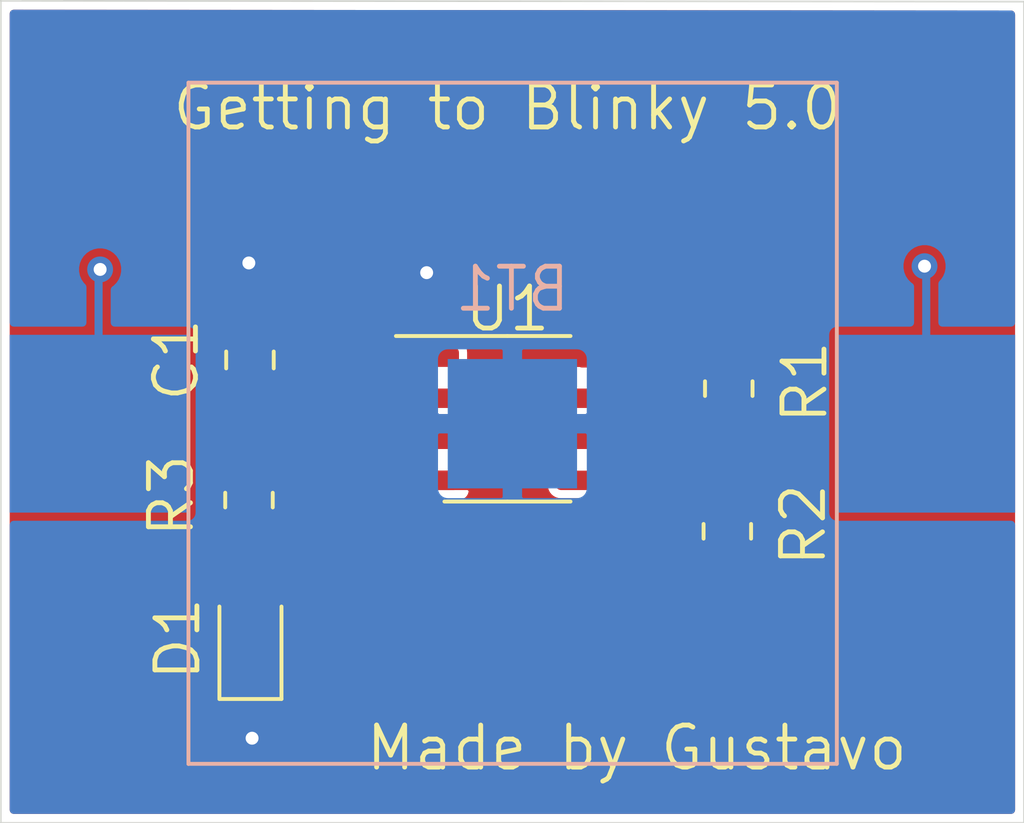
<source format=kicad_pcb>
(kicad_pcb (version 20171130) (host pcbnew "(5.1.7)-1")

  (general
    (thickness 1.6)
    (drawings 6)
    (tracks 38)
    (zones 0)
    (modules 7)
    (nets 7)
  )

  (page A4)
  (layers
    (0 F.Cu signal)
    (31 B.Cu signal)
    (32 B.Adhes user)
    (33 F.Adhes user)
    (34 B.Paste user)
    (35 F.Paste user)
    (36 B.SilkS user)
    (37 F.SilkS user)
    (38 B.Mask user)
    (39 F.Mask user)
    (40 Dwgs.User user)
    (41 Cmts.User user)
    (42 Eco1.User user)
    (43 Eco2.User user)
    (44 Edge.Cuts user)
    (45 Margin user)
    (46 B.CrtYd user)
    (47 F.CrtYd user)
    (48 B.Fab user hide)
    (49 F.Fab user hide)
  )

  (setup
    (last_trace_width 0.25)
    (trace_clearance 0.2)
    (zone_clearance 0.25)
    (zone_45_only yes)
    (trace_min 0.2)
    (via_size 0.8)
    (via_drill 0.4)
    (via_min_size 0.4)
    (via_min_drill 0.3)
    (uvia_size 0.3)
    (uvia_drill 0.1)
    (uvias_allowed no)
    (uvia_min_size 0.2)
    (uvia_min_drill 0.1)
    (edge_width 0.05)
    (segment_width 0.2)
    (pcb_text_width 0.3)
    (pcb_text_size 1.5 1.5)
    (mod_edge_width 0.12)
    (mod_text_size 1.3 1.3)
    (mod_text_width 0.15)
    (pad_size 1.524 1.524)
    (pad_drill 0.762)
    (pad_to_mask_clearance 0)
    (aux_axis_origin 0 0)
    (visible_elements FFFFFF7F)
    (pcbplotparams
      (layerselection 0x010fc_ffffffff)
      (usegerberextensions false)
      (usegerberattributes true)
      (usegerberadvancedattributes true)
      (creategerberjobfile true)
      (excludeedgelayer true)
      (linewidth 0.100000)
      (plotframeref false)
      (viasonmask false)
      (mode 1)
      (useauxorigin false)
      (hpglpennumber 1)
      (hpglpenspeed 20)
      (hpglpendiameter 15.000000)
      (psnegative false)
      (psa4output false)
      (plotreference true)
      (plotvalue false)
      (plotinvisibletext false)
      (padsonsilk false)
      (subtractmaskfromsilk false)
      (outputformat 1)
      (mirror false)
      (drillshape 0)
      (scaleselection 1)
      (outputdirectory "Gerbers/"))
  )

  (net 0 "")
  (net 1 GND)
  (net 2 "Net-(D1-Pad2)")
  (net 3 /VDD)
  (net 4 /DIS)
  (net 5 /OUT)
  (net 6 /THR)

  (net_class Default "This is the default net class."
    (clearance 0.2)
    (trace_width 0.25)
    (via_dia 0.8)
    (via_drill 0.4)
    (uvia_dia 0.3)
    (uvia_drill 0.1)
    (add_net /DIS)
    (add_net /OUT)
    (add_net /THR)
    (add_net /VDD)
    (add_net GND)
    (add_net "Net-(D1-Pad2)")
  )

  (module Package_SO:SOIC-8_3.9x4.9mm_P1.27mm (layer F.Cu) (tedit 5D9F72B1) (tstamp 5FF91CBD)
    (at 136.4996 94.9198)
    (descr "SOIC, 8 Pin (JEDEC MS-012AA, https://www.analog.com/media/en/package-pcb-resources/package/pkg_pdf/soic_narrow-r/r_8.pdf), generated with kicad-footprint-generator ipc_gullwing_generator.py")
    (tags "SOIC SO")
    (path /5FF8CB2E)
    (attr smd)
    (fp_text reference U1 (at 0 -3.4) (layer F.SilkS)
      (effects (font (size 1.3 1.3) (thickness 0.15)))
    )
    (fp_text value 7555 (at 0 3.4) (layer F.Fab) hide
      (effects (font (size 1 1) (thickness 0.15)))
    )
    (fp_text user %R (at 0 0) (layer F.Fab)
      (effects (font (size 1 1) (thickness 0.15)))
    )
    (fp_line (start 0 2.56) (end 1.95 2.56) (layer F.SilkS) (width 0.12))
    (fp_line (start 0 2.56) (end -1.95 2.56) (layer F.SilkS) (width 0.12))
    (fp_line (start 0 -2.56) (end 1.95 -2.56) (layer F.SilkS) (width 0.12))
    (fp_line (start 0 -2.56) (end -3.45 -2.56) (layer F.SilkS) (width 0.12))
    (fp_line (start -0.975 -2.45) (end 1.95 -2.45) (layer F.Fab) (width 0.1))
    (fp_line (start 1.95 -2.45) (end 1.95 2.45) (layer F.Fab) (width 0.1))
    (fp_line (start 1.95 2.45) (end -1.95 2.45) (layer F.Fab) (width 0.1))
    (fp_line (start -1.95 2.45) (end -1.95 -1.475) (layer F.Fab) (width 0.1))
    (fp_line (start -1.95 -1.475) (end -0.975 -2.45) (layer F.Fab) (width 0.1))
    (fp_line (start -3.7 -2.7) (end -3.7 2.7) (layer F.CrtYd) (width 0.05))
    (fp_line (start -3.7 2.7) (end 3.7 2.7) (layer F.CrtYd) (width 0.05))
    (fp_line (start 3.7 2.7) (end 3.7 -2.7) (layer F.CrtYd) (width 0.05))
    (fp_line (start 3.7 -2.7) (end -3.7 -2.7) (layer F.CrtYd) (width 0.05))
    (pad 8 smd roundrect (at 2.475 -1.905) (size 1.95 0.6) (layers F.Cu F.Paste F.Mask) (roundrect_rratio 0.25)
      (net 3 /VDD))
    (pad 7 smd roundrect (at 2.475 -0.635) (size 1.95 0.6) (layers F.Cu F.Paste F.Mask) (roundrect_rratio 0.25)
      (net 4 /DIS))
    (pad 6 smd roundrect (at 2.475 0.635) (size 1.95 0.6) (layers F.Cu F.Paste F.Mask) (roundrect_rratio 0.25)
      (net 6 /THR))
    (pad 5 smd roundrect (at 2.475 1.905) (size 1.95 0.6) (layers F.Cu F.Paste F.Mask) (roundrect_rratio 0.25))
    (pad 4 smd roundrect (at -2.475 1.905) (size 1.95 0.6) (layers F.Cu F.Paste F.Mask) (roundrect_rratio 0.25)
      (net 3 /VDD))
    (pad 3 smd roundrect (at -2.475 0.635) (size 1.95 0.6) (layers F.Cu F.Paste F.Mask) (roundrect_rratio 0.25)
      (net 5 /OUT))
    (pad 2 smd roundrect (at -2.475 -0.635) (size 1.95 0.6) (layers F.Cu F.Paste F.Mask) (roundrect_rratio 0.25)
      (net 6 /THR))
    (pad 1 smd roundrect (at -2.475 -1.905) (size 1.95 0.6) (layers F.Cu F.Paste F.Mask) (roundrect_rratio 0.25)
      (net 1 GND))
    (model ${KISYS3DMOD}/Package_SO.3dshapes/SOIC-8_3.9x4.9mm_P1.27mm.wrl
      (at (xyz 0 0 0))
      (scale (xyz 1 1 1))
      (rotate (xyz 0 0 0))
    )
  )

  (module Resistor_SMD:R_0805_2012Metric_Pad1.20x1.40mm_HandSolder (layer F.Cu) (tedit 5F68FEEE) (tstamp 5FF91CA3)
    (at 128.5044 97.4344 270)
    (descr "Resistor SMD 0805 (2012 Metric), square (rectangular) end terminal, IPC_7351 nominal with elongated pad for handsoldering. (Body size source: IPC-SM-782 page 72, https://www.pcb-3d.com/wordpress/wp-content/uploads/ipc-sm-782a_amendment_1_and_2.pdf), generated with kicad-footprint-generator")
    (tags "resistor handsolder")
    (path /5FF8F0CA)
    (attr smd)
    (fp_text reference R3 (at -0.1344 2.4044 90) (layer F.SilkS)
      (effects (font (size 1.3 1.3) (thickness 0.15)))
    )
    (fp_text value 1K (at 0 1.65 90) (layer F.Fab) hide
      (effects (font (size 1 1) (thickness 0.15)))
    )
    (fp_text user %R (at 0 0 90) (layer F.Fab)
      (effects (font (size 1 1) (thickness 0.15)))
    )
    (fp_line (start -1 0.625) (end -1 -0.625) (layer F.Fab) (width 0.1))
    (fp_line (start -1 -0.625) (end 1 -0.625) (layer F.Fab) (width 0.1))
    (fp_line (start 1 -0.625) (end 1 0.625) (layer F.Fab) (width 0.1))
    (fp_line (start 1 0.625) (end -1 0.625) (layer F.Fab) (width 0.1))
    (fp_line (start -0.227064 -0.735) (end 0.227064 -0.735) (layer F.SilkS) (width 0.12))
    (fp_line (start -0.227064 0.735) (end 0.227064 0.735) (layer F.SilkS) (width 0.12))
    (fp_line (start -1.85 0.95) (end -1.85 -0.95) (layer F.CrtYd) (width 0.05))
    (fp_line (start -1.85 -0.95) (end 1.85 -0.95) (layer F.CrtYd) (width 0.05))
    (fp_line (start 1.85 -0.95) (end 1.85 0.95) (layer F.CrtYd) (width 0.05))
    (fp_line (start 1.85 0.95) (end -1.85 0.95) (layer F.CrtYd) (width 0.05))
    (pad 2 smd roundrect (at 1 0 270) (size 1.2 1.4) (layers F.Cu F.Paste F.Mask) (roundrect_rratio 0.2083325)
      (net 2 "Net-(D1-Pad2)"))
    (pad 1 smd roundrect (at -1 0 270) (size 1.2 1.4) (layers F.Cu F.Paste F.Mask) (roundrect_rratio 0.2083325)
      (net 5 /OUT))
    (model ${KISYS3DMOD}/Resistor_SMD.3dshapes/R_0805_2012Metric.wrl
      (at (xyz 0 0 0))
      (scale (xyz 1 1 1))
      (rotate (xyz 0 0 0))
    )
  )

  (module Resistor_SMD:R_0805_2012Metric_Pad1.20x1.40mm_HandSolder (layer F.Cu) (tedit 5F68FEEE) (tstamp 5FF92890)
    (at 143.3 98.4 270)
    (descr "Resistor SMD 0805 (2012 Metric), square (rectangular) end terminal, IPC_7351 nominal with elongated pad for handsoldering. (Body size source: IPC-SM-782 page 72, https://www.pcb-3d.com/wordpress/wp-content/uploads/ipc-sm-782a_amendment_1_and_2.pdf), generated with kicad-footprint-generator")
    (tags "resistor handsolder")
    (path /5FF8EA94)
    (attr smd)
    (fp_text reference R2 (at -0.2 -2.35 90) (layer F.SilkS)
      (effects (font (size 1.3 1.3) (thickness 0.15)))
    )
    (fp_text value 470K (at 0 1.65 90) (layer F.Fab) hide
      (effects (font (size 1 1) (thickness 0.15)))
    )
    (fp_text user %R (at 0 0 90) (layer F.Fab)
      (effects (font (size 1 1) (thickness 0.15)))
    )
    (fp_line (start -1 0.625) (end -1 -0.625) (layer F.Fab) (width 0.1))
    (fp_line (start -1 -0.625) (end 1 -0.625) (layer F.Fab) (width 0.1))
    (fp_line (start 1 -0.625) (end 1 0.625) (layer F.Fab) (width 0.1))
    (fp_line (start 1 0.625) (end -1 0.625) (layer F.Fab) (width 0.1))
    (fp_line (start -0.227064 -0.735) (end 0.227064 -0.735) (layer F.SilkS) (width 0.12))
    (fp_line (start -0.227064 0.735) (end 0.227064 0.735) (layer F.SilkS) (width 0.12))
    (fp_line (start -1.85 0.95) (end -1.85 -0.95) (layer F.CrtYd) (width 0.05))
    (fp_line (start -1.85 -0.95) (end 1.85 -0.95) (layer F.CrtYd) (width 0.05))
    (fp_line (start 1.85 -0.95) (end 1.85 0.95) (layer F.CrtYd) (width 0.05))
    (fp_line (start 1.85 0.95) (end -1.85 0.95) (layer F.CrtYd) (width 0.05))
    (pad 2 smd roundrect (at 1 0 270) (size 1.2 1.4) (layers F.Cu F.Paste F.Mask) (roundrect_rratio 0.2083325)
      (net 6 /THR))
    (pad 1 smd roundrect (at -1 0 270) (size 1.2 1.4) (layers F.Cu F.Paste F.Mask) (roundrect_rratio 0.2083325)
      (net 4 /DIS))
    (model ${KISYS3DMOD}/Resistor_SMD.3dshapes/R_0805_2012Metric.wrl
      (at (xyz 0 0 0))
      (scale (xyz 1 1 1))
      (rotate (xyz 0 0 0))
    )
  )

  (module Resistor_SMD:R_0805_2012Metric_Pad1.20x1.40mm_HandSolder (layer F.Cu) (tedit 5F68FEEE) (tstamp 5FF91C81)
    (at 143.3449 93.9862 270)
    (descr "Resistor SMD 0805 (2012 Metric), square (rectangular) end terminal, IPC_7351 nominal with elongated pad for handsoldering. (Body size source: IPC-SM-782 page 72, https://www.pcb-3d.com/wordpress/wp-content/uploads/ipc-sm-782a_amendment_1_and_2.pdf), generated with kicad-footprint-generator")
    (tags "resistor handsolder")
    (path /5FF8E292)
    (attr smd)
    (fp_text reference R1 (at -0.2 -2.35 90) (layer F.SilkS)
      (effects (font (size 1.3 1.3) (thickness 0.15)))
    )
    (fp_text value 1K (at 0 1.65 90) (layer F.Fab) hide
      (effects (font (size 1 1) (thickness 0.15)))
    )
    (fp_text user %R (at 0 0 90) (layer F.Fab)
      (effects (font (size 1 1) (thickness 0.15)))
    )
    (fp_line (start -1 0.625) (end -1 -0.625) (layer F.Fab) (width 0.1))
    (fp_line (start -1 -0.625) (end 1 -0.625) (layer F.Fab) (width 0.1))
    (fp_line (start 1 -0.625) (end 1 0.625) (layer F.Fab) (width 0.1))
    (fp_line (start 1 0.625) (end -1 0.625) (layer F.Fab) (width 0.1))
    (fp_line (start -0.227064 -0.735) (end 0.227064 -0.735) (layer F.SilkS) (width 0.12))
    (fp_line (start -0.227064 0.735) (end 0.227064 0.735) (layer F.SilkS) (width 0.12))
    (fp_line (start -1.85 0.95) (end -1.85 -0.95) (layer F.CrtYd) (width 0.05))
    (fp_line (start -1.85 -0.95) (end 1.85 -0.95) (layer F.CrtYd) (width 0.05))
    (fp_line (start 1.85 -0.95) (end 1.85 0.95) (layer F.CrtYd) (width 0.05))
    (fp_line (start 1.85 0.95) (end -1.85 0.95) (layer F.CrtYd) (width 0.05))
    (pad 2 smd roundrect (at 1 0 270) (size 1.2 1.4) (layers F.Cu F.Paste F.Mask) (roundrect_rratio 0.2083325)
      (net 4 /DIS))
    (pad 1 smd roundrect (at -1 0 270) (size 1.2 1.4) (layers F.Cu F.Paste F.Mask) (roundrect_rratio 0.2083325)
      (net 3 /VDD))
    (model ${KISYS3DMOD}/Resistor_SMD.3dshapes/R_0805_2012Metric.wrl
      (at (xyz 0 0 0))
      (scale (xyz 1 1 1))
      (rotate (xyz 0 0 0))
    )
  )

  (module LED_SMD:LED_0805_2012Metric_Pad1.15x1.40mm_HandSolder (layer F.Cu) (tedit 5F68FEF1) (tstamp 5FF91C70)
    (at 128.5494 101.727 90)
    (descr "LED SMD 0805 (2012 Metric), square (rectangular) end terminal, IPC_7351 nominal, (Body size source: https://docs.google.com/spreadsheets/d/1BsfQQcO9C6DZCsRaXUlFlo91Tg2WpOkGARC1WS5S8t0/edit?usp=sharing), generated with kicad-footprint-generator")
    (tags "LED handsolder")
    (path /5FF902F0)
    (attr smd)
    (fp_text reference D1 (at 0 -2.25 90) (layer F.SilkS)
      (effects (font (size 1.3 1.3) (thickness 0.15)))
    )
    (fp_text value LED (at 0 1.65 90) (layer F.Fab) hide
      (effects (font (size 1 1) (thickness 0.15)))
    )
    (fp_text user %R (at 0 0 90) (layer F.Fab)
      (effects (font (size 1 1) (thickness 0.15)))
    )
    (fp_line (start 1 -0.6) (end -0.7 -0.6) (layer F.Fab) (width 0.1))
    (fp_line (start -0.7 -0.6) (end -1 -0.3) (layer F.Fab) (width 0.1))
    (fp_line (start -1 -0.3) (end -1 0.6) (layer F.Fab) (width 0.1))
    (fp_line (start -1 0.6) (end 1 0.6) (layer F.Fab) (width 0.1))
    (fp_line (start 1 0.6) (end 1 -0.6) (layer F.Fab) (width 0.1))
    (fp_line (start 1 -0.96) (end -1.86 -0.96) (layer F.SilkS) (width 0.12))
    (fp_line (start -1.86 -0.96) (end -1.86 0.96) (layer F.SilkS) (width 0.12))
    (fp_line (start -1.86 0.96) (end 1 0.96) (layer F.SilkS) (width 0.12))
    (fp_line (start -1.85 0.95) (end -1.85 -0.95) (layer F.CrtYd) (width 0.05))
    (fp_line (start -1.85 -0.95) (end 1.85 -0.95) (layer F.CrtYd) (width 0.05))
    (fp_line (start 1.85 -0.95) (end 1.85 0.95) (layer F.CrtYd) (width 0.05))
    (fp_line (start 1.85 0.95) (end -1.85 0.95) (layer F.CrtYd) (width 0.05))
    (pad 2 smd roundrect (at 1.025 0 90) (size 1.15 1.4) (layers F.Cu F.Paste F.Mask) (roundrect_rratio 0.2173904347826087)
      (net 2 "Net-(D1-Pad2)"))
    (pad 1 smd roundrect (at -1.025 0 90) (size 1.15 1.4) (layers F.Cu F.Paste F.Mask) (roundrect_rratio 0.2173904347826087)
      (net 1 GND))
    (model ${KISYS3DMOD}/LED_SMD.3dshapes/LED_0805_2012Metric.wrl
      (at (xyz 0 0 0))
      (scale (xyz 1 1 1))
      (rotate (xyz 0 0 0))
    )
  )

  (module Capacitor_SMD:C_0805_2012Metric_Pad1.18x1.45mm_HandSolder (layer F.Cu) (tedit 5F68FEEF) (tstamp 5FF91C5D)
    (at 128.5344 93.1 90)
    (descr "Capacitor SMD 0805 (2012 Metric), square (rectangular) end terminal, IPC_7351 nominal with elongated pad for handsoldering. (Body size source: IPC-SM-782 page 76, https://www.pcb-3d.com/wordpress/wp-content/uploads/ipc-sm-782a_amendment_1_and_2.pdf, https://docs.google.com/spreadsheets/d/1BsfQQcO9C6DZCsRaXUlFlo91Tg2WpOkGARC1WS5S8t0/edit?usp=sharing), generated with kicad-footprint-generator")
    (tags "capacitor handsolder")
    (path /5FF8F482)
    (attr smd)
    (fp_text reference C1 (at 0 -2.28 90) (layer F.SilkS)
      (effects (font (size 1.3 1.3) (thickness 0.15)))
    )
    (fp_text value 1uF (at 0 1.68 90) (layer F.Fab) hide
      (effects (font (size 1 1) (thickness 0.15)))
    )
    (fp_text user %R (at 0 0 90) (layer F.Fab)
      (effects (font (size 1 1) (thickness 0.15)))
    )
    (fp_line (start -1 0.625) (end -1 -0.625) (layer F.Fab) (width 0.1))
    (fp_line (start -1 -0.625) (end 1 -0.625) (layer F.Fab) (width 0.1))
    (fp_line (start 1 -0.625) (end 1 0.625) (layer F.Fab) (width 0.1))
    (fp_line (start 1 0.625) (end -1 0.625) (layer F.Fab) (width 0.1))
    (fp_line (start -0.261252 -0.735) (end 0.261252 -0.735) (layer F.SilkS) (width 0.12))
    (fp_line (start -0.261252 0.735) (end 0.261252 0.735) (layer F.SilkS) (width 0.12))
    (fp_line (start -1.88 0.98) (end -1.88 -0.98) (layer F.CrtYd) (width 0.05))
    (fp_line (start -1.88 -0.98) (end 1.88 -0.98) (layer F.CrtYd) (width 0.05))
    (fp_line (start 1.88 -0.98) (end 1.88 0.98) (layer F.CrtYd) (width 0.05))
    (fp_line (start 1.88 0.98) (end -1.88 0.98) (layer F.CrtYd) (width 0.05))
    (pad 2 smd roundrect (at 1.0375 0 90) (size 1.175 1.45) (layers F.Cu F.Paste F.Mask) (roundrect_rratio 0.2127659574468085)
      (net 1 GND))
    (pad 1 smd roundrect (at -1.0375 0 90) (size 1.175 1.45) (layers F.Cu F.Paste F.Mask) (roundrect_rratio 0.2127659574468085)
      (net 6 /THR))
    (model ${KISYS3DMOD}/Capacitor_SMD.3dshapes/C_0805_2012Metric.wrl
      (at (xyz 0 0 0))
      (scale (xyz 1 1 1))
      (rotate (xyz 0 0 0))
    )
  )

  (module GettingToBlinky5:S8211-46R (layer B.Cu) (tedit 5FF8C5C6) (tstamp 5FF91C4C)
    (at 136.652 95.0722)
    (path /5FF90C17)
    (fp_text reference BT1 (at 0 -4.1656) (layer B.SilkS)
      (effects (font (size 1.3 1.3) (thickness 0.15)) (justify mirror))
    )
    (fp_text value CR2032 (at 0 7.2644) (layer B.Fab) hide
      (effects (font (size 1 1) (thickness 0.15)) (justify mirror))
    )
    (fp_line (start -10.0203 10.52068) (end 10.03554 10.52068) (layer B.SilkS) (width 0.12))
    (fp_line (start 10.03554 10.52068) (end 10.03554 -10.54862) (layer B.SilkS) (width 0.12))
    (fp_line (start 10.03554 -10.54862) (end -10.0203 -10.54862) (layer B.SilkS) (width 0.12))
    (fp_line (start -10.0203 -10.54862) (end -10.0203 10.52068) (layer B.SilkS) (width 0.12))
    (fp_line (start -10.0203 10.52068) (end -10.01268 10.49274) (layer B.SilkS) (width 0.12))
    (fp_line (start -15.63116 2.75844) (end -15.64894 10.64006) (layer B.CrtYd) (width 0.12))
    (fp_line (start -15.64894 10.64006) (end 15.32128 10.64006) (layer B.CrtYd) (width 0.12))
    (fp_line (start 15.32128 10.64006) (end 15.52194 10.64006) (layer B.CrtYd) (width 0.12))
    (fp_line (start 15.52194 10.64006) (end 15.52194 -10.71372) (layer B.CrtYd) (width 0.12))
    (fp_line (start 15.52194 -10.71372) (end -15.6337 -10.67308) (layer B.CrtYd) (width 0.12))
    (fp_line (start -15.6337 -10.67308) (end -15.6337 2.73812) (layer B.CrtYd) (width 0.12))
    (pad 1 smd rect (at 12.8 0) (size 5.5 5.5) (layers B.Cu B.Paste B.Mask)
      (net 3 /VDD))
    (pad 2 smd rect (at 0 0) (size 4 4) (layers B.Cu B.Paste B.Mask)
      (net 1 GND))
    (pad 1 smd rect (at -12.8 0) (size 5.5 5.5) (layers B.Cu B.Paste B.Mask)
      (net 3 /VDD))
    (model ${KIPRJMOD}/3D/CR2032_closed_battery_BH.step
      (offset (xyz 0 0 3.5))
      (scale (xyz 1 1 1))
      (rotate (xyz 0 0 0))
    )
  )

  (gr_text "Made by Gustavo" (at 140.5 105.1) (layer F.SilkS)
    (effects (font (size 1.3 1.3) (thickness 0.15)))
  )
  (gr_text "Getting to Blinky 5.0" (at 136.5 85.3) (layer F.SilkS)
    (effects (font (size 1.3 1.3) (thickness 0.15)))
  )
  (gr_line (start 152.4762 82.0166) (end 120.8278 81.9912) (layer Edge.Cuts) (width 0.05) (tstamp 5FF91D72))
  (gr_line (start 152.4762 107.4166) (end 152.4762 82.0166) (layer Edge.Cuts) (width 0.05))
  (gr_line (start 120.8278 107.4166) (end 152.4762 107.4166) (layer Edge.Cuts) (width 0.05))
  (gr_line (start 120.8278 81.9912) (end 120.8278 107.4166) (layer Edge.Cuts) (width 0.05))

  (via (at 128.6 104.8) (size 0.8) (drill 0.4) (layers F.Cu B.Cu) (net 1))
  (segment (start 128.5494 104.7494) (end 128.6 104.8) (width 0.25) (layer F.Cu) (net 1))
  (segment (start 128.5494 102.752) (end 128.5494 104.7494) (width 0.25) (layer F.Cu) (net 1))
  (via (at 128.5 90.1) (size 0.8) (drill 0.4) (layers F.Cu B.Cu) (net 1))
  (segment (start 128.5344 90.1344) (end 128.5 90.1) (width 0.25) (layer F.Cu) (net 1))
  (segment (start 128.5344 92.0625) (end 128.5344 90.1344) (width 0.25) (layer F.Cu) (net 1))
  (via (at 134 90.4) (size 0.8) (drill 0.4) (layers F.Cu B.Cu) (net 1))
  (segment (start 134.0246 90.4246) (end 134 90.4) (width 0.25) (layer F.Cu) (net 1))
  (segment (start 134.0246 93.0148) (end 134.0246 90.4246) (width 0.25) (layer F.Cu) (net 1))
  (segment (start 128.5044 100.657) (end 128.5494 100.702) (width 0.25) (layer F.Cu) (net 2))
  (segment (start 128.5044 98.4344) (end 128.5044 100.657) (width 0.25) (layer F.Cu) (net 2))
  (segment (start 143.3163 93.0148) (end 143.3449 92.9862) (width 0.25) (layer F.Cu) (net 3))
  (segment (start 138.9746 93.0148) (end 143.3163 93.0148) (width 0.25) (layer F.Cu) (net 3))
  (segment (start 143.3449 92.9862) (end 143.3449 92.9551) (width 0.25) (layer F.Cu) (net 3))
  (via (at 123.9 90.3) (size 0.8) (drill 0.4) (layers F.Cu B.Cu) (net 3))
  (segment (start 123.852 90.348) (end 123.9 90.3) (width 0.25) (layer B.Cu) (net 3))
  (segment (start 123.852 95.0722) (end 123.852 90.348) (width 0.25) (layer B.Cu) (net 3))
  (via (at 149.4 90.2) (size 0.8) (drill 0.4) (layers F.Cu B.Cu) (net 3))
  (segment (start 149.452 90.252) (end 149.4 90.2) (width 0.25) (layer B.Cu) (net 3))
  (segment (start 149.452 95.0722) (end 149.452 90.252) (width 0.25) (layer B.Cu) (net 3))
  (segment (start 143.3449 97.3551) (end 143.3 97.4) (width 0.25) (layer F.Cu) (net 4))
  (segment (start 143.3449 94.9862) (end 143.3449 97.3551) (width 0.25) (layer F.Cu) (net 4))
  (segment (start 143.3449 94.9862) (end 141.7138 94.9862) (width 0.25) (layer F.Cu) (net 4))
  (segment (start 141.0124 94.2848) (end 138.977001 94.2848) (width 0.25) (layer F.Cu) (net 4))
  (segment (start 141.7138 94.9862) (end 141.0124 94.2848) (width 0.25) (layer F.Cu) (net 4))
  (segment (start 129.384 95.5548) (end 134.0246 95.5548) (width 0.25) (layer F.Cu) (net 5))
  (segment (start 128.5044 96.4344) (end 129.384 95.5548) (width 0.25) (layer F.Cu) (net 5))
  (segment (start 141.0548 95.5548) (end 138.977001 95.5548) (width 0.25) (layer F.Cu) (net 6))
  (segment (start 141.3 95.8) (end 141.0548 95.5548) (width 0.25) (layer F.Cu) (net 6))
  (segment (start 141.8 99.4) (end 141.3 98.9) (width 0.25) (layer F.Cu) (net 6))
  (segment (start 141.3 98.9) (end 141.3 95.8) (width 0.25) (layer F.Cu) (net 6))
  (segment (start 143.3 99.4) (end 141.8 99.4) (width 0.25) (layer F.Cu) (net 6))
  (segment (start 128.6817 94.2848) (end 134.0246 94.2848) (width 0.25) (layer F.Cu) (net 6))
  (segment (start 128.5344 94.1375) (end 128.6817 94.2848) (width 0.25) (layer F.Cu) (net 6))
  (segment (start 128.5344 94.4587) (end 128.5344 94.1375) (width 0.25) (layer F.Cu) (net 6))
  (segment (start 134.0246 94.2848) (end 135.7848 94.2848) (width 0.25) (layer F.Cu) (net 6))
  (segment (start 137.0548 95.5548) (end 138.9746 95.5548) (width 0.25) (layer F.Cu) (net 6))
  (segment (start 135.7848 94.2848) (end 137.0548 95.5548) (width 0.25) (layer F.Cu) (net 6))

  (zone (net 1) (net_name GND) (layer B.Cu) (tstamp 5FF92E7B) (hatch edge 0.508)
    (connect_pads (clearance 0.25))
    (min_thickness 0.25)
    (fill yes (arc_segments 32) (thermal_gap 0.3) (thermal_bridge_width 0.6))
    (polygon
      (pts
        (xy 152.4 107.3) (xy 120.9 107.3) (xy 120.9 82) (xy 152.4 82)
      )
    )
    (filled_polygon
      (pts
        (xy 152.076201 82.416278) (xy 152.076201 91.945386) (xy 149.952 91.945386) (xy 149.952 90.744016) (xy 150.001982 90.694034)
        (xy 150.086796 90.5671) (xy 150.145217 90.426059) (xy 150.175 90.276331) (xy 150.175 90.123669) (xy 150.145217 89.973941)
        (xy 150.086796 89.8329) (xy 150.001982 89.705966) (xy 149.894034 89.598018) (xy 149.7671 89.513204) (xy 149.626059 89.454783)
        (xy 149.476331 89.425) (xy 149.323669 89.425) (xy 149.173941 89.454783) (xy 149.0329 89.513204) (xy 148.905966 89.598018)
        (xy 148.798018 89.705966) (xy 148.713204 89.8329) (xy 148.654783 89.973941) (xy 148.625 90.123669) (xy 148.625 90.276331)
        (xy 148.654783 90.426059) (xy 148.713204 90.5671) (xy 148.798018 90.694034) (xy 148.905966 90.801982) (xy 148.952001 90.832741)
        (xy 148.952001 91.945386) (xy 146.702 91.945386) (xy 146.628487 91.952626) (xy 146.5578 91.974069) (xy 146.492653 92.008891)
        (xy 146.435552 92.055752) (xy 146.388691 92.112853) (xy 146.353869 92.178) (xy 146.332426 92.248687) (xy 146.325186 92.3222)
        (xy 146.325186 97.8222) (xy 146.332426 97.895713) (xy 146.353869 97.9664) (xy 146.388691 98.031547) (xy 146.435552 98.088648)
        (xy 146.492653 98.135509) (xy 146.5578 98.170331) (xy 146.628487 98.191774) (xy 146.702 98.199014) (xy 152.0762 98.199014)
        (xy 152.0762 107.0166) (xy 121.2278 107.0166) (xy 121.2278 98.199014) (xy 126.602 98.199014) (xy 126.675513 98.191774)
        (xy 126.7462 98.170331) (xy 126.811347 98.135509) (xy 126.868448 98.088648) (xy 126.915309 98.031547) (xy 126.950131 97.9664)
        (xy 126.971574 97.895713) (xy 126.978814 97.8222) (xy 126.978814 97.0722) (xy 134.224944 97.0722) (xy 134.23315 97.155514)
        (xy 134.257452 97.235627) (xy 134.296916 97.30946) (xy 134.350026 97.374174) (xy 134.41474 97.427284) (xy 134.488573 97.466748)
        (xy 134.568686 97.49105) (xy 134.652 97.499256) (xy 136.37075 97.4972) (xy 136.477 97.39095) (xy 136.477 95.2472)
        (xy 136.827 95.2472) (xy 136.827 97.39095) (xy 136.93325 97.4972) (xy 138.652 97.499256) (xy 138.735314 97.49105)
        (xy 138.815427 97.466748) (xy 138.88926 97.427284) (xy 138.953974 97.374174) (xy 139.007084 97.30946) (xy 139.046548 97.235627)
        (xy 139.07085 97.155514) (xy 139.079056 97.0722) (xy 139.077 95.35345) (xy 138.97075 95.2472) (xy 136.827 95.2472)
        (xy 136.477 95.2472) (xy 134.33325 95.2472) (xy 134.227 95.35345) (xy 134.224944 97.0722) (xy 126.978814 97.0722)
        (xy 126.978814 93.0722) (xy 134.224944 93.0722) (xy 134.227 94.79095) (xy 134.33325 94.8972) (xy 136.477 94.8972)
        (xy 136.477 92.75345) (xy 136.827 92.75345) (xy 136.827 94.8972) (xy 138.97075 94.8972) (xy 139.077 94.79095)
        (xy 139.079056 93.0722) (xy 139.07085 92.988886) (xy 139.046548 92.908773) (xy 139.007084 92.83494) (xy 138.953974 92.770226)
        (xy 138.88926 92.717116) (xy 138.815427 92.677652) (xy 138.735314 92.65335) (xy 138.652 92.645144) (xy 136.93325 92.6472)
        (xy 136.827 92.75345) (xy 136.477 92.75345) (xy 136.37075 92.6472) (xy 134.652 92.645144) (xy 134.568686 92.65335)
        (xy 134.488573 92.677652) (xy 134.41474 92.717116) (xy 134.350026 92.770226) (xy 134.296916 92.83494) (xy 134.257452 92.908773)
        (xy 134.23315 92.988886) (xy 134.224944 93.0722) (xy 126.978814 93.0722) (xy 126.978814 92.3222) (xy 126.971574 92.248687)
        (xy 126.950131 92.178) (xy 126.915309 92.112853) (xy 126.868448 92.055752) (xy 126.811347 92.008891) (xy 126.7462 91.974069)
        (xy 126.675513 91.952626) (xy 126.602 91.945386) (xy 124.352 91.945386) (xy 124.352 90.930068) (xy 124.394034 90.901982)
        (xy 124.501982 90.794034) (xy 124.586796 90.6671) (xy 124.645217 90.526059) (xy 124.675 90.376331) (xy 124.675 90.223669)
        (xy 124.645217 90.073941) (xy 124.586796 89.9329) (xy 124.501982 89.805966) (xy 124.394034 89.698018) (xy 124.2671 89.613204)
        (xy 124.126059 89.554783) (xy 123.976331 89.525) (xy 123.823669 89.525) (xy 123.673941 89.554783) (xy 123.5329 89.613204)
        (xy 123.405966 89.698018) (xy 123.298018 89.805966) (xy 123.213204 89.9329) (xy 123.154783 90.073941) (xy 123.125 90.223669)
        (xy 123.125 90.376331) (xy 123.154783 90.526059) (xy 123.213204 90.6671) (xy 123.298018 90.794034) (xy 123.352001 90.848017)
        (xy 123.352001 91.945386) (xy 121.2278 91.945386) (xy 121.2278 82.391521)
      )
    )
  )
  (zone (net 3) (net_name /VDD) (layer F.Cu) (tstamp 5FF92E78) (hatch edge 0.508)
    (connect_pads (clearance 0.25))
    (min_thickness 0.25)
    (fill yes (arc_segments 32) (thermal_gap 0.3) (thermal_bridge_width 0.6))
    (polygon
      (pts
        (xy 152.4 107.3) (xy 120.9 107.3) (xy 120.9 82) (xy 152.4 82)
      )
    )
    (filled_polygon
      (pts
        (xy 152.076201 82.416278) (xy 152.0762 107.0166) (xy 121.2278 107.0166) (xy 121.2278 102.426999) (xy 127.472586 102.426999)
        (xy 127.472586 103.077001) (xy 127.48463 103.199286) (xy 127.520299 103.316872) (xy 127.578223 103.42524) (xy 127.656175 103.520225)
        (xy 127.75116 103.598177) (xy 127.859528 103.656101) (xy 127.977114 103.69177) (xy 128.0494 103.69889) (xy 128.049401 104.254583)
        (xy 127.998018 104.305966) (xy 127.913204 104.4329) (xy 127.854783 104.573941) (xy 127.825 104.723669) (xy 127.825 104.876331)
        (xy 127.854783 105.026059) (xy 127.913204 105.1671) (xy 127.998018 105.294034) (xy 128.105966 105.401982) (xy 128.2329 105.486796)
        (xy 128.373941 105.545217) (xy 128.523669 105.575) (xy 128.676331 105.575) (xy 128.826059 105.545217) (xy 128.9671 105.486796)
        (xy 129.094034 105.401982) (xy 129.201982 105.294034) (xy 129.286796 105.1671) (xy 129.345217 105.026059) (xy 129.375 104.876331)
        (xy 129.375 104.723669) (xy 129.345217 104.573941) (xy 129.286796 104.4329) (xy 129.201982 104.305966) (xy 129.094034 104.198018)
        (xy 129.0494 104.168195) (xy 129.0494 103.69889) (xy 129.121686 103.69177) (xy 129.239272 103.656101) (xy 129.34764 103.598177)
        (xy 129.442625 103.520225) (xy 129.520577 103.42524) (xy 129.578501 103.316872) (xy 129.61417 103.199286) (xy 129.626214 103.077001)
        (xy 129.626214 102.426999) (xy 129.61417 102.304714) (xy 129.578501 102.187128) (xy 129.520577 102.07876) (xy 129.442625 101.983775)
        (xy 129.34764 101.905823) (xy 129.239272 101.847899) (xy 129.121686 101.81223) (xy 128.999401 101.800186) (xy 128.099399 101.800186)
        (xy 127.977114 101.81223) (xy 127.859528 101.847899) (xy 127.75116 101.905823) (xy 127.656175 101.983775) (xy 127.578223 102.07876)
        (xy 127.520299 102.187128) (xy 127.48463 102.304714) (xy 127.472586 102.426999) (xy 121.2278 102.426999) (xy 121.2278 98.084399)
        (xy 127.427586 98.084399) (xy 127.427586 98.784401) (xy 127.43963 98.906686) (xy 127.475299 99.024272) (xy 127.533223 99.13264)
        (xy 127.611175 99.227625) (xy 127.70616 99.305577) (xy 127.814528 99.363501) (xy 127.932114 99.39917) (xy 128.0044 99.40629)
        (xy 128.004401 99.759543) (xy 127.977114 99.76223) (xy 127.859528 99.797899) (xy 127.75116 99.855823) (xy 127.656175 99.933775)
        (xy 127.578223 100.02876) (xy 127.520299 100.137128) (xy 127.48463 100.254714) (xy 127.472586 100.376999) (xy 127.472586 101.027001)
        (xy 127.48463 101.149286) (xy 127.520299 101.266872) (xy 127.578223 101.37524) (xy 127.656175 101.470225) (xy 127.75116 101.548177)
        (xy 127.859528 101.606101) (xy 127.977114 101.64177) (xy 128.099399 101.653814) (xy 128.999401 101.653814) (xy 129.121686 101.64177)
        (xy 129.239272 101.606101) (xy 129.34764 101.548177) (xy 129.442625 101.470225) (xy 129.520577 101.37524) (xy 129.578501 101.266872)
        (xy 129.61417 101.149286) (xy 129.626214 101.027001) (xy 129.626214 100.376999) (xy 129.61417 100.254714) (xy 129.578501 100.137128)
        (xy 129.520577 100.02876) (xy 129.442625 99.933775) (xy 129.34764 99.855823) (xy 129.239272 99.797899) (xy 129.121686 99.76223)
        (xy 129.0044 99.750678) (xy 129.0044 99.40629) (xy 129.076686 99.39917) (xy 129.194272 99.363501) (xy 129.30264 99.305577)
        (xy 129.397625 99.227625) (xy 129.475577 99.13264) (xy 129.533501 99.024272) (xy 129.56917 98.906686) (xy 129.581214 98.784401)
        (xy 129.581214 98.084399) (xy 129.56917 97.962114) (xy 129.533501 97.844528) (xy 129.475577 97.73616) (xy 129.397625 97.641175)
        (xy 129.30264 97.563223) (xy 129.194272 97.505299) (xy 129.076686 97.46963) (xy 128.954401 97.457586) (xy 128.054399 97.457586)
        (xy 127.932114 97.46963) (xy 127.814528 97.505299) (xy 127.70616 97.563223) (xy 127.611175 97.641175) (xy 127.533223 97.73616)
        (xy 127.475299 97.844528) (xy 127.43963 97.962114) (xy 127.427586 98.084399) (xy 121.2278 98.084399) (xy 121.2278 96.084399)
        (xy 127.427586 96.084399) (xy 127.427586 96.784401) (xy 127.43963 96.906686) (xy 127.475299 97.024272) (xy 127.533223 97.13264)
        (xy 127.611175 97.227625) (xy 127.70616 97.305577) (xy 127.814528 97.363501) (xy 127.932114 97.39917) (xy 128.054399 97.411214)
        (xy 128.954401 97.411214) (xy 129.076686 97.39917) (xy 129.194272 97.363501) (xy 129.30264 97.305577) (xy 129.397625 97.227625)
        (xy 129.475577 97.13264) (xy 129.479767 97.1248) (xy 132.622544 97.1248) (xy 132.63075 97.208114) (xy 132.655052 97.288227)
        (xy 132.694516 97.36206) (xy 132.747626 97.426774) (xy 132.81234 97.479884) (xy 132.886173 97.519348) (xy 132.966286 97.54365)
        (xy 133.0496 97.551856) (xy 133.74335 97.5498) (xy 133.8496 97.44355) (xy 133.8496 96.9998) (xy 134.1996 96.9998)
        (xy 134.1996 97.44355) (xy 134.30585 97.5498) (xy 134.9996 97.551856) (xy 135.082914 97.54365) (xy 135.163027 97.519348)
        (xy 135.23686 97.479884) (xy 135.301574 97.426774) (xy 135.354684 97.36206) (xy 135.394148 97.288227) (xy 135.41845 97.208114)
        (xy 135.426656 97.1248) (xy 135.4246 97.10605) (xy 135.31835 96.9998) (xy 134.1996 96.9998) (xy 133.8496 96.9998)
        (xy 132.73085 96.9998) (xy 132.6246 97.10605) (xy 132.622544 97.1248) (xy 129.479767 97.1248) (xy 129.533501 97.024272)
        (xy 129.56917 96.906686) (xy 129.581214 96.784401) (xy 129.581214 96.084399) (xy 129.579447 96.066459) (xy 129.591107 96.0548)
        (xy 132.808609 96.0548) (xy 132.827086 96.077314) (xy 132.890129 96.129052) (xy 132.886173 96.130252) (xy 132.81234 96.169716)
        (xy 132.747626 96.222826) (xy 132.694516 96.28754) (xy 132.655052 96.361373) (xy 132.63075 96.441486) (xy 132.622544 96.5248)
        (xy 132.6246 96.54355) (xy 132.73085 96.6498) (xy 133.8496 96.6498) (xy 133.8496 96.6298) (xy 134.1996 96.6298)
        (xy 134.1996 96.6498) (xy 135.31835 96.6498) (xy 135.4246 96.54355) (xy 135.426656 96.5248) (xy 135.41845 96.441486)
        (xy 135.394148 96.361373) (xy 135.354684 96.28754) (xy 135.301574 96.222826) (xy 135.23686 96.169716) (xy 135.163027 96.130252)
        (xy 135.159071 96.129052) (xy 135.222114 96.077314) (xy 135.28763 95.997482) (xy 135.336313 95.906403) (xy 135.366291 95.807576)
        (xy 135.376414 95.7048) (xy 135.376414 95.4048) (xy 135.366291 95.302024) (xy 135.336313 95.203197) (xy 135.28763 95.112118)
        (xy 135.222114 95.032286) (xy 135.142282 94.96677) (xy 135.054408 94.9198) (xy 135.142282 94.87283) (xy 135.222114 94.807314)
        (xy 135.240591 94.7848) (xy 135.577695 94.7848) (xy 136.683879 95.890986) (xy 136.699536 95.910064) (xy 136.775671 95.972546)
        (xy 136.862533 96.018975) (xy 136.956783 96.047565) (xy 137.03024 96.0548) (xy 137.030241 96.0548) (xy 137.054799 96.057219)
        (xy 137.079357 96.0548) (xy 137.758609 96.0548) (xy 137.777086 96.077314) (xy 137.856918 96.14283) (xy 137.944792 96.1898)
        (xy 137.856918 96.23677) (xy 137.777086 96.302286) (xy 137.71157 96.382118) (xy 137.662887 96.473197) (xy 137.632909 96.572024)
        (xy 137.622786 96.6748) (xy 137.622786 96.9748) (xy 137.632909 97.077576) (xy 137.662887 97.176403) (xy 137.71157 97.267482)
        (xy 137.777086 97.347314) (xy 137.856918 97.41283) (xy 137.947997 97.461513) (xy 138.046824 97.491491) (xy 138.1496 97.501614)
        (xy 139.7996 97.501614) (xy 139.902376 97.491491) (xy 140.001203 97.461513) (xy 140.092282 97.41283) (xy 140.172114 97.347314)
        (xy 140.23763 97.267482) (xy 140.286313 97.176403) (xy 140.316291 97.077576) (xy 140.326414 96.9748) (xy 140.326414 96.6748)
        (xy 140.316291 96.572024) (xy 140.286313 96.473197) (xy 140.23763 96.382118) (xy 140.172114 96.302286) (xy 140.092282 96.23677)
        (xy 140.004408 96.1898) (xy 140.092282 96.14283) (xy 140.172114 96.077314) (xy 140.190591 96.0548) (xy 140.800001 96.0548)
        (xy 140.8 98.87544) (xy 140.797581 98.9) (xy 140.807235 98.998016) (xy 140.835825 99.092266) (xy 140.882254 99.179129)
        (xy 140.944736 99.255264) (xy 140.963823 99.270929) (xy 141.429079 99.736186) (xy 141.444736 99.755264) (xy 141.520871 99.817746)
        (xy 141.607733 99.864175) (xy 141.701983 99.892765) (xy 141.8 99.902419) (xy 141.82456 99.9) (xy 142.243637 99.9)
        (xy 142.270899 99.989872) (xy 142.328823 100.09824) (xy 142.406775 100.193225) (xy 142.50176 100.271177) (xy 142.610128 100.329101)
        (xy 142.727714 100.36477) (xy 142.849999 100.376814) (xy 143.750001 100.376814) (xy 143.872286 100.36477) (xy 143.989872 100.329101)
        (xy 144.09824 100.271177) (xy 144.193225 100.193225) (xy 144.271177 100.09824) (xy 144.329101 99.989872) (xy 144.36477 99.872286)
        (xy 144.376814 99.750001) (xy 144.376814 99.049999) (xy 144.36477 98.927714) (xy 144.329101 98.810128) (xy 144.271177 98.70176)
        (xy 144.193225 98.606775) (xy 144.09824 98.528823) (xy 143.989872 98.470899) (xy 143.872286 98.43523) (xy 143.750001 98.423186)
        (xy 142.849999 98.423186) (xy 142.727714 98.43523) (xy 142.610128 98.470899) (xy 142.50176 98.528823) (xy 142.406775 98.606775)
        (xy 142.328823 98.70176) (xy 142.270899 98.810128) (xy 142.243637 98.9) (xy 142.007106 98.9) (xy 141.8 98.692894)
        (xy 141.8 95.824557) (xy 141.802419 95.799999) (xy 141.8 95.77544) (xy 141.792765 95.701983) (xy 141.764175 95.607733)
        (xy 141.717746 95.520871) (xy 141.689296 95.486205) (xy 141.713799 95.488618) (xy 141.738349 95.4862) (xy 142.288537 95.4862)
        (xy 142.315799 95.576072) (xy 142.373723 95.68444) (xy 142.451675 95.779425) (xy 142.54666 95.857377) (xy 142.655028 95.915301)
        (xy 142.772614 95.95097) (xy 142.8449 95.95809) (xy 142.844901 96.423688) (xy 142.727714 96.43523) (xy 142.610128 96.470899)
        (xy 142.50176 96.528823) (xy 142.406775 96.606775) (xy 142.328823 96.70176) (xy 142.270899 96.810128) (xy 142.23523 96.927714)
        (xy 142.223186 97.049999) (xy 142.223186 97.750001) (xy 142.23523 97.872286) (xy 142.270899 97.989872) (xy 142.328823 98.09824)
        (xy 142.406775 98.193225) (xy 142.50176 98.271177) (xy 142.610128 98.329101) (xy 142.727714 98.36477) (xy 142.849999 98.376814)
        (xy 143.750001 98.376814) (xy 143.872286 98.36477) (xy 143.989872 98.329101) (xy 144.09824 98.271177) (xy 144.193225 98.193225)
        (xy 144.271177 98.09824) (xy 144.329101 97.989872) (xy 144.36477 97.872286) (xy 144.376814 97.750001) (xy 144.376814 97.049999)
        (xy 144.36477 96.927714) (xy 144.329101 96.810128) (xy 144.271177 96.70176) (xy 144.193225 96.606775) (xy 144.09824 96.528823)
        (xy 143.989872 96.470899) (xy 143.872286 96.43523) (xy 143.8449 96.432533) (xy 143.8449 95.95809) (xy 143.917186 95.95097)
        (xy 144.034772 95.915301) (xy 144.14314 95.857377) (xy 144.238125 95.779425) (xy 144.316077 95.68444) (xy 144.374001 95.576072)
        (xy 144.40967 95.458486) (xy 144.421714 95.336201) (xy 144.421714 94.636199) (xy 144.40967 94.513914) (xy 144.374001 94.396328)
        (xy 144.316077 94.28796) (xy 144.238125 94.192975) (xy 144.14314 94.115023) (xy 144.034772 94.057099) (xy 143.917186 94.02143)
        (xy 143.823139 94.012167) (xy 144.0449 94.013256) (xy 144.128214 94.00505) (xy 144.208327 93.980748) (xy 144.28216 93.941284)
        (xy 144.346874 93.888174) (xy 144.399984 93.82346) (xy 144.439448 93.749627) (xy 144.46375 93.669514) (xy 144.471956 93.5862)
        (xy 144.4699 93.26745) (xy 144.36365 93.1612) (xy 143.5199 93.1612) (xy 143.5199 93.1812) (xy 143.1699 93.1812)
        (xy 143.1699 93.1612) (xy 142.32615 93.1612) (xy 142.2199 93.26745) (xy 142.217844 93.5862) (xy 142.22605 93.669514)
        (xy 142.250352 93.749627) (xy 142.289816 93.82346) (xy 142.342926 93.888174) (xy 142.40764 93.941284) (xy 142.481473 93.980748)
        (xy 142.561586 94.00505) (xy 142.6449 94.013256) (xy 142.866661 94.012167) (xy 142.772614 94.02143) (xy 142.655028 94.057099)
        (xy 142.54666 94.115023) (xy 142.451675 94.192975) (xy 142.373723 94.28796) (xy 142.315799 94.396328) (xy 142.288537 94.4862)
        (xy 141.920907 94.4862) (xy 141.383329 93.948624) (xy 141.367664 93.929536) (xy 141.291529 93.867054) (xy 141.204667 93.820625)
        (xy 141.110417 93.792035) (xy 141.03696 93.7848) (xy 141.0124 93.782381) (xy 140.98784 93.7848) (xy 140.190591 93.7848)
        (xy 140.172114 93.762286) (xy 140.109071 93.710548) (xy 140.113027 93.709348) (xy 140.18686 93.669884) (xy 140.251574 93.616774)
        (xy 140.304684 93.55206) (xy 140.344148 93.478227) (xy 140.36845 93.398114) (xy 140.376656 93.3148) (xy 140.3746 93.29605)
        (xy 140.26835 93.1898) (xy 139.1496 93.1898) (xy 139.1496 93.2098) (xy 138.7996 93.2098) (xy 138.7996 93.1898)
        (xy 137.68085 93.1898) (xy 137.5746 93.29605) (xy 137.572544 93.3148) (xy 137.58075 93.398114) (xy 137.605052 93.478227)
        (xy 137.644516 93.55206) (xy 137.697626 93.616774) (xy 137.76234 93.669884) (xy 137.836173 93.709348) (xy 137.840129 93.710548)
        (xy 137.777086 93.762286) (xy 137.71157 93.842118) (xy 137.662887 93.933197) (xy 137.632909 94.032024) (xy 137.622786 94.1348)
        (xy 137.622786 94.4348) (xy 137.632909 94.537576) (xy 137.662887 94.636403) (xy 137.71157 94.727482) (xy 137.777086 94.807314)
        (xy 137.856918 94.87283) (xy 137.944792 94.9198) (xy 137.856918 94.96677) (xy 137.777086 95.032286) (xy 137.758609 95.0548)
        (xy 137.261907 95.0548) (xy 136.155729 93.948624) (xy 136.140064 93.929536) (xy 136.063929 93.867054) (xy 135.977067 93.820625)
        (xy 135.882817 93.792035) (xy 135.80936 93.7848) (xy 135.7848 93.782381) (xy 135.76024 93.7848) (xy 135.240591 93.7848)
        (xy 135.222114 93.762286) (xy 135.142282 93.69677) (xy 135.054408 93.6498) (xy 135.142282 93.60283) (xy 135.222114 93.537314)
        (xy 135.28763 93.457482) (xy 135.336313 93.366403) (xy 135.366291 93.267576) (xy 135.376414 93.1648) (xy 135.376414 92.8648)
        (xy 135.366291 92.762024) (xy 135.351967 92.7148) (xy 137.572544 92.7148) (xy 137.5746 92.73355) (xy 137.68085 92.8398)
        (xy 138.7996 92.8398) (xy 138.7996 92.39605) (xy 139.1496 92.39605) (xy 139.1496 92.8398) (xy 140.26835 92.8398)
        (xy 140.3746 92.73355) (xy 140.376656 92.7148) (xy 140.36845 92.631486) (xy 140.344148 92.551373) (xy 140.304684 92.47754)
        (xy 140.251574 92.412826) (xy 140.219131 92.3862) (xy 142.217844 92.3862) (xy 142.2199 92.70495) (xy 142.32615 92.8112)
        (xy 143.1699 92.8112) (xy 143.1699 92.06745) (xy 143.5199 92.06745) (xy 143.5199 92.8112) (xy 144.36365 92.8112)
        (xy 144.4699 92.70495) (xy 144.471956 92.3862) (xy 144.46375 92.302886) (xy 144.439448 92.222773) (xy 144.399984 92.14894)
        (xy 144.346874 92.084226) (xy 144.28216 92.031116) (xy 144.208327 91.991652) (xy 144.128214 91.96735) (xy 144.0449 91.959144)
        (xy 143.62615 91.9612) (xy 143.5199 92.06745) (xy 143.1699 92.06745) (xy 143.06365 91.9612) (xy 142.6449 91.959144)
        (xy 142.561586 91.96735) (xy 142.481473 91.991652) (xy 142.40764 92.031116) (xy 142.342926 92.084226) (xy 142.289816 92.14894)
        (xy 142.250352 92.222773) (xy 142.22605 92.302886) (xy 142.217844 92.3862) (xy 140.219131 92.3862) (xy 140.18686 92.359716)
        (xy 140.113027 92.320252) (xy 140.032914 92.29595) (xy 139.9496 92.287744) (xy 139.25585 92.2898) (xy 139.1496 92.39605)
        (xy 138.7996 92.39605) (xy 138.69335 92.2898) (xy 137.9996 92.287744) (xy 137.916286 92.29595) (xy 137.836173 92.320252)
        (xy 137.76234 92.359716) (xy 137.697626 92.412826) (xy 137.644516 92.47754) (xy 137.605052 92.551373) (xy 137.58075 92.631486)
        (xy 137.572544 92.7148) (xy 135.351967 92.7148) (xy 135.336313 92.663197) (xy 135.28763 92.572118) (xy 135.222114 92.492286)
        (xy 135.142282 92.42677) (xy 135.051203 92.378087) (xy 134.952376 92.348109) (xy 134.8496 92.337986) (xy 134.5246 92.337986)
        (xy 134.5246 90.971416) (xy 134.601982 90.894034) (xy 134.686796 90.7671) (xy 134.745217 90.626059) (xy 134.775 90.476331)
        (xy 134.775 90.323669) (xy 134.745217 90.173941) (xy 134.686796 90.0329) (xy 134.601982 89.905966) (xy 134.494034 89.798018)
        (xy 134.3671 89.713204) (xy 134.226059 89.654783) (xy 134.076331 89.625) (xy 133.923669 89.625) (xy 133.773941 89.654783)
        (xy 133.6329 89.713204) (xy 133.505966 89.798018) (xy 133.398018 89.905966) (xy 133.313204 90.0329) (xy 133.254783 90.173941)
        (xy 133.225 90.323669) (xy 133.225 90.476331) (xy 133.254783 90.626059) (xy 133.313204 90.7671) (xy 133.398018 90.894034)
        (xy 133.505966 91.001982) (xy 133.524601 91.014433) (xy 133.5246 92.337986) (xy 133.1996 92.337986) (xy 133.096824 92.348109)
        (xy 132.997997 92.378087) (xy 132.906918 92.42677) (xy 132.827086 92.492286) (xy 132.76157 92.572118) (xy 132.712887 92.663197)
        (xy 132.682909 92.762024) (xy 132.672786 92.8648) (xy 132.672786 93.1648) (xy 132.682909 93.267576) (xy 132.712887 93.366403)
        (xy 132.76157 93.457482) (xy 132.827086 93.537314) (xy 132.906918 93.60283) (xy 132.994792 93.6498) (xy 132.906918 93.69677)
        (xy 132.827086 93.762286) (xy 132.808609 93.7848) (xy 129.634717 93.7848) (xy 129.62417 93.677715) (xy 129.588501 93.560129)
        (xy 129.530577 93.451761) (xy 129.452624 93.356776) (xy 129.357639 93.278823) (xy 129.249271 93.220899) (xy 129.131685 93.18523)
        (xy 129.0094 93.173186) (xy 128.0594 93.173186) (xy 127.937115 93.18523) (xy 127.819529 93.220899) (xy 127.711161 93.278823)
        (xy 127.616176 93.356776) (xy 127.538223 93.451761) (xy 127.480299 93.560129) (xy 127.44463 93.677715) (xy 127.432586 93.8)
        (xy 127.432586 94.475) (xy 127.44463 94.597285) (xy 127.480299 94.714871) (xy 127.538223 94.823239) (xy 127.616176 94.918224)
        (xy 127.711161 94.996177) (xy 127.819529 95.054101) (xy 127.937115 95.08977) (xy 128.0594 95.101814) (xy 129.0094 95.101814)
        (xy 129.131685 95.08977) (xy 129.249271 95.054101) (xy 129.357639 94.996177) (xy 129.452624 94.918224) (xy 129.530577 94.823239)
        (xy 129.551123 94.7848) (xy 132.808609 94.7848) (xy 132.827086 94.807314) (xy 132.906918 94.87283) (xy 132.994792 94.9198)
        (xy 132.906918 94.96677) (xy 132.827086 95.032286) (xy 132.808609 95.0548) (xy 129.408549 95.0548) (xy 129.383999 95.052382)
        (xy 129.359449 95.0548) (xy 129.35944 95.0548) (xy 129.285983 95.062035) (xy 129.191733 95.090625) (xy 129.104871 95.137054)
        (xy 129.028736 95.199536) (xy 129.013081 95.218612) (xy 128.774108 95.457586) (xy 128.054399 95.457586) (xy 127.932114 95.46963)
        (xy 127.814528 95.505299) (xy 127.70616 95.563223) (xy 127.611175 95.641175) (xy 127.533223 95.73616) (xy 127.475299 95.844528)
        (xy 127.43963 95.962114) (xy 127.427586 96.084399) (xy 121.2278 96.084399) (xy 121.2278 91.725) (xy 127.432586 91.725)
        (xy 127.432586 92.4) (xy 127.44463 92.522285) (xy 127.480299 92.639871) (xy 127.538223 92.748239) (xy 127.616176 92.843224)
        (xy 127.711161 92.921177) (xy 127.819529 92.979101) (xy 127.937115 93.01477) (xy 128.0594 93.026814) (xy 129.0094 93.026814)
        (xy 129.131685 93.01477) (xy 129.249271 92.979101) (xy 129.357639 92.921177) (xy 129.452624 92.843224) (xy 129.530577 92.748239)
        (xy 129.588501 92.639871) (xy 129.62417 92.522285) (xy 129.636214 92.4) (xy 129.636214 91.725) (xy 129.62417 91.602715)
        (xy 129.588501 91.485129) (xy 129.530577 91.376761) (xy 129.452624 91.281776) (xy 129.357639 91.203823) (xy 129.249271 91.145899)
        (xy 129.131685 91.11023) (xy 129.0344 91.100648) (xy 129.0344 90.661616) (xy 129.101982 90.594034) (xy 129.186796 90.4671)
        (xy 129.245217 90.326059) (xy 129.275 90.176331) (xy 129.275 90.023669) (xy 129.245217 89.873941) (xy 129.186796 89.7329)
        (xy 129.101982 89.605966) (xy 128.994034 89.498018) (xy 128.8671 89.413204) (xy 128.726059 89.354783) (xy 128.576331 89.325)
        (xy 128.423669 89.325) (xy 128.273941 89.354783) (xy 128.1329 89.413204) (xy 128.005966 89.498018) (xy 127.898018 89.605966)
        (xy 127.813204 89.7329) (xy 127.754783 89.873941) (xy 127.725 90.023669) (xy 127.725 90.176331) (xy 127.754783 90.326059)
        (xy 127.813204 90.4671) (xy 127.898018 90.594034) (xy 128.005966 90.701982) (xy 128.034401 90.720981) (xy 128.0344 91.100648)
        (xy 127.937115 91.11023) (xy 127.819529 91.145899) (xy 127.711161 91.203823) (xy 127.616176 91.281776) (xy 127.538223 91.376761)
        (xy 127.480299 91.485129) (xy 127.44463 91.602715) (xy 127.432586 91.725) (xy 121.2278 91.725) (xy 121.2278 82.391521)
      )
    )
  )
)

</source>
